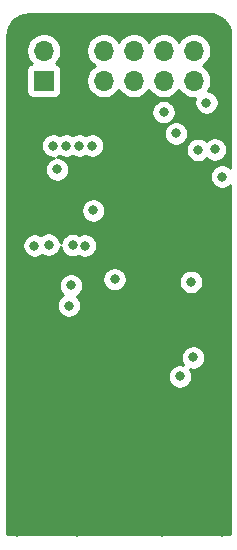
<source format=gbr>
G04 #@! TF.GenerationSoftware,KiCad,Pcbnew,5.1.5-52549c5~84~ubuntu18.04.1*
G04 #@! TF.CreationDate,2020-01-04T20:43:16+00:00*
G04 #@! TF.ProjectId,SX1257_pmod,53583132-3537-45f7-906d-6f642e6b6963,rev?*
G04 #@! TF.SameCoordinates,Original*
G04 #@! TF.FileFunction,Copper,L2,Inr*
G04 #@! TF.FilePolarity,Positive*
%FSLAX46Y46*%
G04 Gerber Fmt 4.6, Leading zero omitted, Abs format (unit mm)*
G04 Created by KiCad (PCBNEW 5.1.5-52549c5~84~ubuntu18.04.1) date 2020-01-04 20:43:16*
%MOMM*%
%LPD*%
G04 APERTURE LIST*
%ADD10O,1.700000X1.700000*%
%ADD11R,1.700000X1.700000*%
%ADD12C,0.500000*%
%ADD13C,0.800000*%
%ADD14C,0.254000*%
G04 APERTURE END LIST*
D10*
X130810000Y-26670000D03*
X130810000Y-29210000D03*
X128270000Y-26670000D03*
X128270000Y-29210000D03*
X125730000Y-26670000D03*
X125730000Y-29210000D03*
X123190000Y-26670000D03*
X123190000Y-29210000D03*
X120650000Y-26670000D03*
X120650000Y-29210000D03*
X118110000Y-26670000D03*
D11*
X118110000Y-29210000D03*
D12*
X125890000Y-50385000D03*
X126890000Y-50385000D03*
X127890000Y-50385000D03*
X125890000Y-51385000D03*
X126890000Y-51385000D03*
X127890000Y-51385000D03*
X125890000Y-52385000D03*
X126890000Y-52385000D03*
X127890000Y-52385000D03*
D13*
X133159500Y-67437000D03*
X133159500Y-66167000D03*
X133159500Y-63627000D03*
X133159500Y-64897000D03*
X128079500Y-67437000D03*
X128079500Y-66167000D03*
X128079500Y-64897000D03*
X128079500Y-63627000D03*
X115824000Y-66167000D03*
X115824000Y-63627000D03*
X115824000Y-67437000D03*
X115824000Y-64897000D03*
X120904000Y-66167000D03*
X120904000Y-63627000D03*
X120904000Y-67437000D03*
X120904000Y-64897000D03*
X133530000Y-51150000D03*
X133530000Y-52150000D03*
X133530000Y-53150000D03*
X130480000Y-49300000D03*
X133630000Y-47750000D03*
X133605000Y-46475000D03*
X133505000Y-50075000D03*
X116350000Y-59425000D03*
X116350000Y-60425000D03*
X128930000Y-56370000D03*
X123590000Y-57980000D03*
X125570000Y-56790000D03*
X133530000Y-54275000D03*
X120530000Y-54410000D03*
X132700000Y-59200000D03*
X115625000Y-48875000D03*
X118050000Y-46525000D03*
X124300000Y-47950000D03*
X130600000Y-43125000D03*
X116125000Y-36725000D03*
X129300000Y-33675000D03*
X128250000Y-31875000D03*
X118900000Y-34700000D03*
X120000000Y-34700000D03*
X121100000Y-34700000D03*
X122200000Y-34700000D03*
X129630000Y-54250000D03*
X130755116Y-52637358D03*
X124100000Y-46025000D03*
X131875000Y-31075000D03*
X133200000Y-37325000D03*
X119249994Y-36725000D03*
X120230000Y-48250000D03*
X120410000Y-46550000D03*
X118520000Y-43100000D03*
X122300000Y-40200000D03*
X120550000Y-43140000D03*
X131170000Y-35075000D03*
X117320000Y-43180000D03*
X130575000Y-46250000D03*
X121580000Y-43180000D03*
X132600000Y-35025000D03*
D14*
G36*
X132434785Y-23608191D02*
G01*
X132776060Y-23711228D01*
X133090822Y-23878590D01*
X133367083Y-24103903D01*
X133594317Y-24378582D01*
X133763870Y-24692164D01*
X133869286Y-25032708D01*
X133910001Y-25420082D01*
X133910001Y-36571290D01*
X133859774Y-36521063D01*
X133690256Y-36407795D01*
X133501898Y-36329774D01*
X133301939Y-36290000D01*
X133098061Y-36290000D01*
X132898102Y-36329774D01*
X132709744Y-36407795D01*
X132540226Y-36521063D01*
X132396063Y-36665226D01*
X132282795Y-36834744D01*
X132204774Y-37023102D01*
X132165000Y-37223061D01*
X132165000Y-37426939D01*
X132204774Y-37626898D01*
X132282795Y-37815256D01*
X132396063Y-37984774D01*
X132540226Y-38128937D01*
X132709744Y-38242205D01*
X132898102Y-38320226D01*
X133098061Y-38360000D01*
X133301939Y-38360000D01*
X133501898Y-38320226D01*
X133690256Y-38242205D01*
X133859774Y-38128937D01*
X133910001Y-38078710D01*
X133910000Y-67616000D01*
X115010000Y-67616000D01*
X115010000Y-54148061D01*
X128595000Y-54148061D01*
X128595000Y-54351939D01*
X128634774Y-54551898D01*
X128712795Y-54740256D01*
X128826063Y-54909774D01*
X128970226Y-55053937D01*
X129139744Y-55167205D01*
X129328102Y-55245226D01*
X129528061Y-55285000D01*
X129731939Y-55285000D01*
X129931898Y-55245226D01*
X130120256Y-55167205D01*
X130289774Y-55053937D01*
X130433937Y-54909774D01*
X130547205Y-54740256D01*
X130625226Y-54551898D01*
X130665000Y-54351939D01*
X130665000Y-54148061D01*
X130625226Y-53948102D01*
X130547205Y-53759744D01*
X130463622Y-53634654D01*
X130653177Y-53672358D01*
X130857055Y-53672358D01*
X131057014Y-53632584D01*
X131245372Y-53554563D01*
X131414890Y-53441295D01*
X131559053Y-53297132D01*
X131672321Y-53127614D01*
X131750342Y-52939256D01*
X131790116Y-52739297D01*
X131790116Y-52535419D01*
X131750342Y-52335460D01*
X131672321Y-52147102D01*
X131559053Y-51977584D01*
X131414890Y-51833421D01*
X131245372Y-51720153D01*
X131057014Y-51642132D01*
X130857055Y-51602358D01*
X130653177Y-51602358D01*
X130453218Y-51642132D01*
X130264860Y-51720153D01*
X130095342Y-51833421D01*
X129951179Y-51977584D01*
X129837911Y-52147102D01*
X129759890Y-52335460D01*
X129720116Y-52535419D01*
X129720116Y-52739297D01*
X129759890Y-52939256D01*
X129837911Y-53127614D01*
X129921494Y-53252704D01*
X129731939Y-53215000D01*
X129528061Y-53215000D01*
X129328102Y-53254774D01*
X129139744Y-53332795D01*
X128970226Y-53446063D01*
X128826063Y-53590226D01*
X128712795Y-53759744D01*
X128634774Y-53948102D01*
X128595000Y-54148061D01*
X115010000Y-54148061D01*
X115010000Y-48148061D01*
X119195000Y-48148061D01*
X119195000Y-48351939D01*
X119234774Y-48551898D01*
X119312795Y-48740256D01*
X119426063Y-48909774D01*
X119570226Y-49053937D01*
X119739744Y-49167205D01*
X119928102Y-49245226D01*
X120128061Y-49285000D01*
X120331939Y-49285000D01*
X120531898Y-49245226D01*
X120720256Y-49167205D01*
X120889774Y-49053937D01*
X121033937Y-48909774D01*
X121147205Y-48740256D01*
X121225226Y-48551898D01*
X121265000Y-48351939D01*
X121265000Y-48148061D01*
X121225226Y-47948102D01*
X121147205Y-47759744D01*
X121033937Y-47590226D01*
X120906646Y-47462935D01*
X121069774Y-47353937D01*
X121213937Y-47209774D01*
X121327205Y-47040256D01*
X121405226Y-46851898D01*
X121445000Y-46651939D01*
X121445000Y-46448061D01*
X121405226Y-46248102D01*
X121327205Y-46059744D01*
X121235877Y-45923061D01*
X123065000Y-45923061D01*
X123065000Y-46126939D01*
X123104774Y-46326898D01*
X123182795Y-46515256D01*
X123296063Y-46684774D01*
X123440226Y-46828937D01*
X123609744Y-46942205D01*
X123798102Y-47020226D01*
X123998061Y-47060000D01*
X124201939Y-47060000D01*
X124401898Y-47020226D01*
X124590256Y-46942205D01*
X124759774Y-46828937D01*
X124903937Y-46684774D01*
X125017205Y-46515256D01*
X125095226Y-46326898D01*
X125130798Y-46148061D01*
X129540000Y-46148061D01*
X129540000Y-46351939D01*
X129579774Y-46551898D01*
X129657795Y-46740256D01*
X129771063Y-46909774D01*
X129915226Y-47053937D01*
X130084744Y-47167205D01*
X130273102Y-47245226D01*
X130473061Y-47285000D01*
X130676939Y-47285000D01*
X130876898Y-47245226D01*
X131065256Y-47167205D01*
X131234774Y-47053937D01*
X131378937Y-46909774D01*
X131492205Y-46740256D01*
X131570226Y-46551898D01*
X131610000Y-46351939D01*
X131610000Y-46148061D01*
X131570226Y-45948102D01*
X131492205Y-45759744D01*
X131378937Y-45590226D01*
X131234774Y-45446063D01*
X131065256Y-45332795D01*
X130876898Y-45254774D01*
X130676939Y-45215000D01*
X130473061Y-45215000D01*
X130273102Y-45254774D01*
X130084744Y-45332795D01*
X129915226Y-45446063D01*
X129771063Y-45590226D01*
X129657795Y-45759744D01*
X129579774Y-45948102D01*
X129540000Y-46148061D01*
X125130798Y-46148061D01*
X125135000Y-46126939D01*
X125135000Y-45923061D01*
X125095226Y-45723102D01*
X125017205Y-45534744D01*
X124903937Y-45365226D01*
X124759774Y-45221063D01*
X124590256Y-45107795D01*
X124401898Y-45029774D01*
X124201939Y-44990000D01*
X123998061Y-44990000D01*
X123798102Y-45029774D01*
X123609744Y-45107795D01*
X123440226Y-45221063D01*
X123296063Y-45365226D01*
X123182795Y-45534744D01*
X123104774Y-45723102D01*
X123065000Y-45923061D01*
X121235877Y-45923061D01*
X121213937Y-45890226D01*
X121069774Y-45746063D01*
X120900256Y-45632795D01*
X120711898Y-45554774D01*
X120511939Y-45515000D01*
X120308061Y-45515000D01*
X120108102Y-45554774D01*
X119919744Y-45632795D01*
X119750226Y-45746063D01*
X119606063Y-45890226D01*
X119492795Y-46059744D01*
X119414774Y-46248102D01*
X119375000Y-46448061D01*
X119375000Y-46651939D01*
X119414774Y-46851898D01*
X119492795Y-47040256D01*
X119606063Y-47209774D01*
X119733354Y-47337065D01*
X119570226Y-47446063D01*
X119426063Y-47590226D01*
X119312795Y-47759744D01*
X119234774Y-47948102D01*
X119195000Y-48148061D01*
X115010000Y-48148061D01*
X115010000Y-43078061D01*
X116285000Y-43078061D01*
X116285000Y-43281939D01*
X116324774Y-43481898D01*
X116402795Y-43670256D01*
X116516063Y-43839774D01*
X116660226Y-43983937D01*
X116829744Y-44097205D01*
X117018102Y-44175226D01*
X117218061Y-44215000D01*
X117421939Y-44215000D01*
X117621898Y-44175226D01*
X117810256Y-44097205D01*
X117979774Y-43983937D01*
X117979846Y-43983865D01*
X118029744Y-44017205D01*
X118218102Y-44095226D01*
X118418061Y-44135000D01*
X118621939Y-44135000D01*
X118821898Y-44095226D01*
X119010256Y-44017205D01*
X119179774Y-43903937D01*
X119323937Y-43759774D01*
X119437205Y-43590256D01*
X119515226Y-43401898D01*
X119531022Y-43322487D01*
X119554774Y-43441898D01*
X119632795Y-43630256D01*
X119746063Y-43799774D01*
X119890226Y-43943937D01*
X120059744Y-44057205D01*
X120248102Y-44135226D01*
X120448061Y-44175000D01*
X120651939Y-44175000D01*
X120851898Y-44135226D01*
X121033851Y-44059858D01*
X121089744Y-44097205D01*
X121278102Y-44175226D01*
X121478061Y-44215000D01*
X121681939Y-44215000D01*
X121881898Y-44175226D01*
X122070256Y-44097205D01*
X122239774Y-43983937D01*
X122383937Y-43839774D01*
X122497205Y-43670256D01*
X122575226Y-43481898D01*
X122615000Y-43281939D01*
X122615000Y-43078061D01*
X122575226Y-42878102D01*
X122497205Y-42689744D01*
X122383937Y-42520226D01*
X122239774Y-42376063D01*
X122070256Y-42262795D01*
X121881898Y-42184774D01*
X121681939Y-42145000D01*
X121478061Y-42145000D01*
X121278102Y-42184774D01*
X121096149Y-42260142D01*
X121040256Y-42222795D01*
X120851898Y-42144774D01*
X120651939Y-42105000D01*
X120448061Y-42105000D01*
X120248102Y-42144774D01*
X120059744Y-42222795D01*
X119890226Y-42336063D01*
X119746063Y-42480226D01*
X119632795Y-42649744D01*
X119554774Y-42838102D01*
X119538978Y-42917513D01*
X119515226Y-42798102D01*
X119437205Y-42609744D01*
X119323937Y-42440226D01*
X119179774Y-42296063D01*
X119010256Y-42182795D01*
X118821898Y-42104774D01*
X118621939Y-42065000D01*
X118418061Y-42065000D01*
X118218102Y-42104774D01*
X118029744Y-42182795D01*
X117860226Y-42296063D01*
X117860154Y-42296135D01*
X117810256Y-42262795D01*
X117621898Y-42184774D01*
X117421939Y-42145000D01*
X117218061Y-42145000D01*
X117018102Y-42184774D01*
X116829744Y-42262795D01*
X116660226Y-42376063D01*
X116516063Y-42520226D01*
X116402795Y-42689744D01*
X116324774Y-42878102D01*
X116285000Y-43078061D01*
X115010000Y-43078061D01*
X115010000Y-40098061D01*
X121265000Y-40098061D01*
X121265000Y-40301939D01*
X121304774Y-40501898D01*
X121382795Y-40690256D01*
X121496063Y-40859774D01*
X121640226Y-41003937D01*
X121809744Y-41117205D01*
X121998102Y-41195226D01*
X122198061Y-41235000D01*
X122401939Y-41235000D01*
X122601898Y-41195226D01*
X122790256Y-41117205D01*
X122959774Y-41003937D01*
X123103937Y-40859774D01*
X123217205Y-40690256D01*
X123295226Y-40501898D01*
X123335000Y-40301939D01*
X123335000Y-40098061D01*
X123295226Y-39898102D01*
X123217205Y-39709744D01*
X123103937Y-39540226D01*
X122959774Y-39396063D01*
X122790256Y-39282795D01*
X122601898Y-39204774D01*
X122401939Y-39165000D01*
X122198061Y-39165000D01*
X121998102Y-39204774D01*
X121809744Y-39282795D01*
X121640226Y-39396063D01*
X121496063Y-39540226D01*
X121382795Y-39709744D01*
X121304774Y-39898102D01*
X121265000Y-40098061D01*
X115010000Y-40098061D01*
X115010000Y-34598061D01*
X117865000Y-34598061D01*
X117865000Y-34801939D01*
X117904774Y-35001898D01*
X117982795Y-35190256D01*
X118096063Y-35359774D01*
X118240226Y-35503937D01*
X118409744Y-35617205D01*
X118598102Y-35695226D01*
X118798061Y-35735000D01*
X118935479Y-35735000D01*
X118759738Y-35807795D01*
X118590220Y-35921063D01*
X118446057Y-36065226D01*
X118332789Y-36234744D01*
X118254768Y-36423102D01*
X118214994Y-36623061D01*
X118214994Y-36826939D01*
X118254768Y-37026898D01*
X118332789Y-37215256D01*
X118446057Y-37384774D01*
X118590220Y-37528937D01*
X118759738Y-37642205D01*
X118948096Y-37720226D01*
X119148055Y-37760000D01*
X119351933Y-37760000D01*
X119551892Y-37720226D01*
X119740250Y-37642205D01*
X119909768Y-37528937D01*
X120053931Y-37384774D01*
X120167199Y-37215256D01*
X120245220Y-37026898D01*
X120284994Y-36826939D01*
X120284994Y-36623061D01*
X120245220Y-36423102D01*
X120167199Y-36234744D01*
X120053931Y-36065226D01*
X119909768Y-35921063D01*
X119740250Y-35807795D01*
X119551892Y-35729774D01*
X119351933Y-35690000D01*
X119214515Y-35690000D01*
X119390256Y-35617205D01*
X119450000Y-35577285D01*
X119509744Y-35617205D01*
X119698102Y-35695226D01*
X119898061Y-35735000D01*
X120101939Y-35735000D01*
X120301898Y-35695226D01*
X120490256Y-35617205D01*
X120550000Y-35577285D01*
X120609744Y-35617205D01*
X120798102Y-35695226D01*
X120998061Y-35735000D01*
X121201939Y-35735000D01*
X121401898Y-35695226D01*
X121590256Y-35617205D01*
X121650000Y-35577285D01*
X121709744Y-35617205D01*
X121898102Y-35695226D01*
X122098061Y-35735000D01*
X122301939Y-35735000D01*
X122501898Y-35695226D01*
X122690256Y-35617205D01*
X122859774Y-35503937D01*
X123003937Y-35359774D01*
X123117205Y-35190256D01*
X123195226Y-35001898D01*
X123200961Y-34973061D01*
X130135000Y-34973061D01*
X130135000Y-35176939D01*
X130174774Y-35376898D01*
X130252795Y-35565256D01*
X130366063Y-35734774D01*
X130510226Y-35878937D01*
X130679744Y-35992205D01*
X130868102Y-36070226D01*
X131068061Y-36110000D01*
X131271939Y-36110000D01*
X131471898Y-36070226D01*
X131660256Y-35992205D01*
X131829774Y-35878937D01*
X131910000Y-35798711D01*
X131940226Y-35828937D01*
X132109744Y-35942205D01*
X132298102Y-36020226D01*
X132498061Y-36060000D01*
X132701939Y-36060000D01*
X132901898Y-36020226D01*
X133090256Y-35942205D01*
X133259774Y-35828937D01*
X133403937Y-35684774D01*
X133517205Y-35515256D01*
X133595226Y-35326898D01*
X133635000Y-35126939D01*
X133635000Y-34923061D01*
X133595226Y-34723102D01*
X133517205Y-34534744D01*
X133403937Y-34365226D01*
X133259774Y-34221063D01*
X133090256Y-34107795D01*
X132901898Y-34029774D01*
X132701939Y-33990000D01*
X132498061Y-33990000D01*
X132298102Y-34029774D01*
X132109744Y-34107795D01*
X131940226Y-34221063D01*
X131860000Y-34301289D01*
X131829774Y-34271063D01*
X131660256Y-34157795D01*
X131471898Y-34079774D01*
X131271939Y-34040000D01*
X131068061Y-34040000D01*
X130868102Y-34079774D01*
X130679744Y-34157795D01*
X130510226Y-34271063D01*
X130366063Y-34415226D01*
X130252795Y-34584744D01*
X130174774Y-34773102D01*
X130135000Y-34973061D01*
X123200961Y-34973061D01*
X123235000Y-34801939D01*
X123235000Y-34598061D01*
X123195226Y-34398102D01*
X123117205Y-34209744D01*
X123003937Y-34040226D01*
X122859774Y-33896063D01*
X122690256Y-33782795D01*
X122501898Y-33704774D01*
X122301939Y-33665000D01*
X122098061Y-33665000D01*
X121898102Y-33704774D01*
X121709744Y-33782795D01*
X121650000Y-33822715D01*
X121590256Y-33782795D01*
X121401898Y-33704774D01*
X121201939Y-33665000D01*
X120998061Y-33665000D01*
X120798102Y-33704774D01*
X120609744Y-33782795D01*
X120550000Y-33822715D01*
X120490256Y-33782795D01*
X120301898Y-33704774D01*
X120101939Y-33665000D01*
X119898061Y-33665000D01*
X119698102Y-33704774D01*
X119509744Y-33782795D01*
X119450000Y-33822715D01*
X119390256Y-33782795D01*
X119201898Y-33704774D01*
X119001939Y-33665000D01*
X118798061Y-33665000D01*
X118598102Y-33704774D01*
X118409744Y-33782795D01*
X118240226Y-33896063D01*
X118096063Y-34040226D01*
X117982795Y-34209744D01*
X117904774Y-34398102D01*
X117865000Y-34598061D01*
X115010000Y-34598061D01*
X115010000Y-33573061D01*
X128265000Y-33573061D01*
X128265000Y-33776939D01*
X128304774Y-33976898D01*
X128382795Y-34165256D01*
X128496063Y-34334774D01*
X128640226Y-34478937D01*
X128809744Y-34592205D01*
X128998102Y-34670226D01*
X129198061Y-34710000D01*
X129401939Y-34710000D01*
X129601898Y-34670226D01*
X129790256Y-34592205D01*
X129959774Y-34478937D01*
X130103937Y-34334774D01*
X130217205Y-34165256D01*
X130295226Y-33976898D01*
X130335000Y-33776939D01*
X130335000Y-33573061D01*
X130295226Y-33373102D01*
X130217205Y-33184744D01*
X130103937Y-33015226D01*
X129959774Y-32871063D01*
X129790256Y-32757795D01*
X129601898Y-32679774D01*
X129401939Y-32640000D01*
X129198061Y-32640000D01*
X128998102Y-32679774D01*
X128809744Y-32757795D01*
X128640226Y-32871063D01*
X128496063Y-33015226D01*
X128382795Y-33184744D01*
X128304774Y-33373102D01*
X128265000Y-33573061D01*
X115010000Y-33573061D01*
X115010000Y-31773061D01*
X127215000Y-31773061D01*
X127215000Y-31976939D01*
X127254774Y-32176898D01*
X127332795Y-32365256D01*
X127446063Y-32534774D01*
X127590226Y-32678937D01*
X127759744Y-32792205D01*
X127948102Y-32870226D01*
X128148061Y-32910000D01*
X128351939Y-32910000D01*
X128551898Y-32870226D01*
X128740256Y-32792205D01*
X128909774Y-32678937D01*
X129053937Y-32534774D01*
X129167205Y-32365256D01*
X129245226Y-32176898D01*
X129285000Y-31976939D01*
X129285000Y-31773061D01*
X129245226Y-31573102D01*
X129167205Y-31384744D01*
X129053937Y-31215226D01*
X128909774Y-31071063D01*
X128740256Y-30957795D01*
X128551898Y-30879774D01*
X128351939Y-30840000D01*
X128148061Y-30840000D01*
X127948102Y-30879774D01*
X127759744Y-30957795D01*
X127590226Y-31071063D01*
X127446063Y-31215226D01*
X127332795Y-31384744D01*
X127254774Y-31573102D01*
X127215000Y-31773061D01*
X115010000Y-31773061D01*
X115010000Y-28360000D01*
X116621928Y-28360000D01*
X116621928Y-30060000D01*
X116634188Y-30184482D01*
X116670498Y-30304180D01*
X116729463Y-30414494D01*
X116808815Y-30511185D01*
X116905506Y-30590537D01*
X117015820Y-30649502D01*
X117135518Y-30685812D01*
X117260000Y-30698072D01*
X118960000Y-30698072D01*
X119084482Y-30685812D01*
X119204180Y-30649502D01*
X119314494Y-30590537D01*
X119411185Y-30511185D01*
X119490537Y-30414494D01*
X119549502Y-30304180D01*
X119585812Y-30184482D01*
X119598072Y-30060000D01*
X119598072Y-28360000D01*
X119585812Y-28235518D01*
X119549502Y-28115820D01*
X119490537Y-28005506D01*
X119411185Y-27908815D01*
X119314494Y-27829463D01*
X119204180Y-27770498D01*
X119131620Y-27748487D01*
X119263475Y-27616632D01*
X119425990Y-27373411D01*
X119537932Y-27103158D01*
X119595000Y-26816260D01*
X119595000Y-26523740D01*
X121705000Y-26523740D01*
X121705000Y-26816260D01*
X121762068Y-27103158D01*
X121874010Y-27373411D01*
X122036525Y-27616632D01*
X122243368Y-27823475D01*
X122417760Y-27940000D01*
X122243368Y-28056525D01*
X122036525Y-28263368D01*
X121874010Y-28506589D01*
X121762068Y-28776842D01*
X121705000Y-29063740D01*
X121705000Y-29356260D01*
X121762068Y-29643158D01*
X121874010Y-29913411D01*
X122036525Y-30156632D01*
X122243368Y-30363475D01*
X122486589Y-30525990D01*
X122756842Y-30637932D01*
X123043740Y-30695000D01*
X123336260Y-30695000D01*
X123623158Y-30637932D01*
X123893411Y-30525990D01*
X124136632Y-30363475D01*
X124343475Y-30156632D01*
X124460000Y-29982240D01*
X124576525Y-30156632D01*
X124783368Y-30363475D01*
X125026589Y-30525990D01*
X125296842Y-30637932D01*
X125583740Y-30695000D01*
X125876260Y-30695000D01*
X126163158Y-30637932D01*
X126433411Y-30525990D01*
X126676632Y-30363475D01*
X126883475Y-30156632D01*
X127000000Y-29982240D01*
X127116525Y-30156632D01*
X127323368Y-30363475D01*
X127566589Y-30525990D01*
X127836842Y-30637932D01*
X128123740Y-30695000D01*
X128416260Y-30695000D01*
X128703158Y-30637932D01*
X128973411Y-30525990D01*
X129216632Y-30363475D01*
X129423475Y-30156632D01*
X129540000Y-29982240D01*
X129656525Y-30156632D01*
X129863368Y-30363475D01*
X130106589Y-30525990D01*
X130376842Y-30637932D01*
X130663740Y-30695000D01*
X130912125Y-30695000D01*
X130879774Y-30773102D01*
X130840000Y-30973061D01*
X130840000Y-31176939D01*
X130879774Y-31376898D01*
X130957795Y-31565256D01*
X131071063Y-31734774D01*
X131215226Y-31878937D01*
X131384744Y-31992205D01*
X131573102Y-32070226D01*
X131773061Y-32110000D01*
X131976939Y-32110000D01*
X132176898Y-32070226D01*
X132365256Y-31992205D01*
X132534774Y-31878937D01*
X132678937Y-31734774D01*
X132792205Y-31565256D01*
X132870226Y-31376898D01*
X132910000Y-31176939D01*
X132910000Y-30973061D01*
X132870226Y-30773102D01*
X132792205Y-30584744D01*
X132678937Y-30415226D01*
X132534774Y-30271063D01*
X132365256Y-30157795D01*
X132176898Y-30079774D01*
X132033843Y-30051319D01*
X132125990Y-29913411D01*
X132237932Y-29643158D01*
X132295000Y-29356260D01*
X132295000Y-29063740D01*
X132237932Y-28776842D01*
X132125990Y-28506589D01*
X131963475Y-28263368D01*
X131756632Y-28056525D01*
X131582240Y-27940000D01*
X131756632Y-27823475D01*
X131963475Y-27616632D01*
X132125990Y-27373411D01*
X132237932Y-27103158D01*
X132295000Y-26816260D01*
X132295000Y-26523740D01*
X132237932Y-26236842D01*
X132125990Y-25966589D01*
X131963475Y-25723368D01*
X131756632Y-25516525D01*
X131513411Y-25354010D01*
X131243158Y-25242068D01*
X130956260Y-25185000D01*
X130663740Y-25185000D01*
X130376842Y-25242068D01*
X130106589Y-25354010D01*
X129863368Y-25516525D01*
X129656525Y-25723368D01*
X129540000Y-25897760D01*
X129423475Y-25723368D01*
X129216632Y-25516525D01*
X128973411Y-25354010D01*
X128703158Y-25242068D01*
X128416260Y-25185000D01*
X128123740Y-25185000D01*
X127836842Y-25242068D01*
X127566589Y-25354010D01*
X127323368Y-25516525D01*
X127116525Y-25723368D01*
X127000000Y-25897760D01*
X126883475Y-25723368D01*
X126676632Y-25516525D01*
X126433411Y-25354010D01*
X126163158Y-25242068D01*
X125876260Y-25185000D01*
X125583740Y-25185000D01*
X125296842Y-25242068D01*
X125026589Y-25354010D01*
X124783368Y-25516525D01*
X124576525Y-25723368D01*
X124460000Y-25897760D01*
X124343475Y-25723368D01*
X124136632Y-25516525D01*
X123893411Y-25354010D01*
X123623158Y-25242068D01*
X123336260Y-25185000D01*
X123043740Y-25185000D01*
X122756842Y-25242068D01*
X122486589Y-25354010D01*
X122243368Y-25516525D01*
X122036525Y-25723368D01*
X121874010Y-25966589D01*
X121762068Y-26236842D01*
X121705000Y-26523740D01*
X119595000Y-26523740D01*
X119537932Y-26236842D01*
X119425990Y-25966589D01*
X119263475Y-25723368D01*
X119056632Y-25516525D01*
X118813411Y-25354010D01*
X118543158Y-25242068D01*
X118256260Y-25185000D01*
X117963740Y-25185000D01*
X117676842Y-25242068D01*
X117406589Y-25354010D01*
X117163368Y-25516525D01*
X116956525Y-25723368D01*
X116794010Y-25966589D01*
X116682068Y-26236842D01*
X116625000Y-26523740D01*
X116625000Y-26816260D01*
X116682068Y-27103158D01*
X116794010Y-27373411D01*
X116956525Y-27616632D01*
X117088380Y-27748487D01*
X117015820Y-27770498D01*
X116905506Y-27829463D01*
X116808815Y-27908815D01*
X116729463Y-28005506D01*
X116670498Y-28115820D01*
X116634188Y-28235518D01*
X116621928Y-28360000D01*
X115010000Y-28360000D01*
X115010000Y-25434720D01*
X115048191Y-25045215D01*
X115151228Y-24703940D01*
X115318590Y-24389178D01*
X115543903Y-24112917D01*
X115818582Y-23885683D01*
X116132164Y-23716130D01*
X116472708Y-23610714D01*
X116860072Y-23570000D01*
X132045280Y-23570000D01*
X132434785Y-23608191D01*
G37*
X132434785Y-23608191D02*
X132776060Y-23711228D01*
X133090822Y-23878590D01*
X133367083Y-24103903D01*
X133594317Y-24378582D01*
X133763870Y-24692164D01*
X133869286Y-25032708D01*
X133910001Y-25420082D01*
X133910001Y-36571290D01*
X133859774Y-36521063D01*
X133690256Y-36407795D01*
X133501898Y-36329774D01*
X133301939Y-36290000D01*
X133098061Y-36290000D01*
X132898102Y-36329774D01*
X132709744Y-36407795D01*
X132540226Y-36521063D01*
X132396063Y-36665226D01*
X132282795Y-36834744D01*
X132204774Y-37023102D01*
X132165000Y-37223061D01*
X132165000Y-37426939D01*
X132204774Y-37626898D01*
X132282795Y-37815256D01*
X132396063Y-37984774D01*
X132540226Y-38128937D01*
X132709744Y-38242205D01*
X132898102Y-38320226D01*
X133098061Y-38360000D01*
X133301939Y-38360000D01*
X133501898Y-38320226D01*
X133690256Y-38242205D01*
X133859774Y-38128937D01*
X133910001Y-38078710D01*
X133910000Y-67616000D01*
X115010000Y-67616000D01*
X115010000Y-54148061D01*
X128595000Y-54148061D01*
X128595000Y-54351939D01*
X128634774Y-54551898D01*
X128712795Y-54740256D01*
X128826063Y-54909774D01*
X128970226Y-55053937D01*
X129139744Y-55167205D01*
X129328102Y-55245226D01*
X129528061Y-55285000D01*
X129731939Y-55285000D01*
X129931898Y-55245226D01*
X130120256Y-55167205D01*
X130289774Y-55053937D01*
X130433937Y-54909774D01*
X130547205Y-54740256D01*
X130625226Y-54551898D01*
X130665000Y-54351939D01*
X130665000Y-54148061D01*
X130625226Y-53948102D01*
X130547205Y-53759744D01*
X130463622Y-53634654D01*
X130653177Y-53672358D01*
X130857055Y-53672358D01*
X131057014Y-53632584D01*
X131245372Y-53554563D01*
X131414890Y-53441295D01*
X131559053Y-53297132D01*
X131672321Y-53127614D01*
X131750342Y-52939256D01*
X131790116Y-52739297D01*
X131790116Y-52535419D01*
X131750342Y-52335460D01*
X131672321Y-52147102D01*
X131559053Y-51977584D01*
X131414890Y-51833421D01*
X131245372Y-51720153D01*
X131057014Y-51642132D01*
X130857055Y-51602358D01*
X130653177Y-51602358D01*
X130453218Y-51642132D01*
X130264860Y-51720153D01*
X130095342Y-51833421D01*
X129951179Y-51977584D01*
X129837911Y-52147102D01*
X129759890Y-52335460D01*
X129720116Y-52535419D01*
X129720116Y-52739297D01*
X129759890Y-52939256D01*
X129837911Y-53127614D01*
X129921494Y-53252704D01*
X129731939Y-53215000D01*
X129528061Y-53215000D01*
X129328102Y-53254774D01*
X129139744Y-53332795D01*
X128970226Y-53446063D01*
X128826063Y-53590226D01*
X128712795Y-53759744D01*
X128634774Y-53948102D01*
X128595000Y-54148061D01*
X115010000Y-54148061D01*
X115010000Y-48148061D01*
X119195000Y-48148061D01*
X119195000Y-48351939D01*
X119234774Y-48551898D01*
X119312795Y-48740256D01*
X119426063Y-48909774D01*
X119570226Y-49053937D01*
X119739744Y-49167205D01*
X119928102Y-49245226D01*
X120128061Y-49285000D01*
X120331939Y-49285000D01*
X120531898Y-49245226D01*
X120720256Y-49167205D01*
X120889774Y-49053937D01*
X121033937Y-48909774D01*
X121147205Y-48740256D01*
X121225226Y-48551898D01*
X121265000Y-48351939D01*
X121265000Y-48148061D01*
X121225226Y-47948102D01*
X121147205Y-47759744D01*
X121033937Y-47590226D01*
X120906646Y-47462935D01*
X121069774Y-47353937D01*
X121213937Y-47209774D01*
X121327205Y-47040256D01*
X121405226Y-46851898D01*
X121445000Y-46651939D01*
X121445000Y-46448061D01*
X121405226Y-46248102D01*
X121327205Y-46059744D01*
X121235877Y-45923061D01*
X123065000Y-45923061D01*
X123065000Y-46126939D01*
X123104774Y-46326898D01*
X123182795Y-46515256D01*
X123296063Y-46684774D01*
X123440226Y-46828937D01*
X123609744Y-46942205D01*
X123798102Y-47020226D01*
X123998061Y-47060000D01*
X124201939Y-47060000D01*
X124401898Y-47020226D01*
X124590256Y-46942205D01*
X124759774Y-46828937D01*
X124903937Y-46684774D01*
X125017205Y-46515256D01*
X125095226Y-46326898D01*
X125130798Y-46148061D01*
X129540000Y-46148061D01*
X129540000Y-46351939D01*
X129579774Y-46551898D01*
X129657795Y-46740256D01*
X129771063Y-46909774D01*
X129915226Y-47053937D01*
X130084744Y-47167205D01*
X130273102Y-47245226D01*
X130473061Y-47285000D01*
X130676939Y-47285000D01*
X130876898Y-47245226D01*
X131065256Y-47167205D01*
X131234774Y-47053937D01*
X131378937Y-46909774D01*
X131492205Y-46740256D01*
X131570226Y-46551898D01*
X131610000Y-46351939D01*
X131610000Y-46148061D01*
X131570226Y-45948102D01*
X131492205Y-45759744D01*
X131378937Y-45590226D01*
X131234774Y-45446063D01*
X131065256Y-45332795D01*
X130876898Y-45254774D01*
X130676939Y-45215000D01*
X130473061Y-45215000D01*
X130273102Y-45254774D01*
X130084744Y-45332795D01*
X129915226Y-45446063D01*
X129771063Y-45590226D01*
X129657795Y-45759744D01*
X129579774Y-45948102D01*
X129540000Y-46148061D01*
X125130798Y-46148061D01*
X125135000Y-46126939D01*
X125135000Y-45923061D01*
X125095226Y-45723102D01*
X125017205Y-45534744D01*
X124903937Y-45365226D01*
X124759774Y-45221063D01*
X124590256Y-45107795D01*
X124401898Y-45029774D01*
X124201939Y-44990000D01*
X123998061Y-44990000D01*
X123798102Y-45029774D01*
X123609744Y-45107795D01*
X123440226Y-45221063D01*
X123296063Y-45365226D01*
X123182795Y-45534744D01*
X123104774Y-45723102D01*
X123065000Y-45923061D01*
X121235877Y-45923061D01*
X121213937Y-45890226D01*
X121069774Y-45746063D01*
X120900256Y-45632795D01*
X120711898Y-45554774D01*
X120511939Y-45515000D01*
X120308061Y-45515000D01*
X120108102Y-45554774D01*
X119919744Y-45632795D01*
X119750226Y-45746063D01*
X119606063Y-45890226D01*
X119492795Y-46059744D01*
X119414774Y-46248102D01*
X119375000Y-46448061D01*
X119375000Y-46651939D01*
X119414774Y-46851898D01*
X119492795Y-47040256D01*
X119606063Y-47209774D01*
X119733354Y-47337065D01*
X119570226Y-47446063D01*
X119426063Y-47590226D01*
X119312795Y-47759744D01*
X119234774Y-47948102D01*
X119195000Y-48148061D01*
X115010000Y-48148061D01*
X115010000Y-43078061D01*
X116285000Y-43078061D01*
X116285000Y-43281939D01*
X116324774Y-43481898D01*
X116402795Y-43670256D01*
X116516063Y-43839774D01*
X116660226Y-43983937D01*
X116829744Y-44097205D01*
X117018102Y-44175226D01*
X117218061Y-44215000D01*
X117421939Y-44215000D01*
X117621898Y-44175226D01*
X117810256Y-44097205D01*
X117979774Y-43983937D01*
X117979846Y-43983865D01*
X118029744Y-44017205D01*
X118218102Y-44095226D01*
X118418061Y-44135000D01*
X118621939Y-44135000D01*
X118821898Y-44095226D01*
X119010256Y-44017205D01*
X119179774Y-43903937D01*
X119323937Y-43759774D01*
X119437205Y-43590256D01*
X119515226Y-43401898D01*
X119531022Y-43322487D01*
X119554774Y-43441898D01*
X119632795Y-43630256D01*
X119746063Y-43799774D01*
X119890226Y-43943937D01*
X120059744Y-44057205D01*
X120248102Y-44135226D01*
X120448061Y-44175000D01*
X120651939Y-44175000D01*
X120851898Y-44135226D01*
X121033851Y-44059858D01*
X121089744Y-44097205D01*
X121278102Y-44175226D01*
X121478061Y-44215000D01*
X121681939Y-44215000D01*
X121881898Y-44175226D01*
X122070256Y-44097205D01*
X122239774Y-43983937D01*
X122383937Y-43839774D01*
X122497205Y-43670256D01*
X122575226Y-43481898D01*
X122615000Y-43281939D01*
X122615000Y-43078061D01*
X122575226Y-42878102D01*
X122497205Y-42689744D01*
X122383937Y-42520226D01*
X122239774Y-42376063D01*
X122070256Y-42262795D01*
X121881898Y-42184774D01*
X121681939Y-42145000D01*
X121478061Y-42145000D01*
X121278102Y-42184774D01*
X121096149Y-42260142D01*
X121040256Y-42222795D01*
X120851898Y-42144774D01*
X120651939Y-42105000D01*
X120448061Y-42105000D01*
X120248102Y-42144774D01*
X120059744Y-42222795D01*
X119890226Y-42336063D01*
X119746063Y-42480226D01*
X119632795Y-42649744D01*
X119554774Y-42838102D01*
X119538978Y-42917513D01*
X119515226Y-42798102D01*
X119437205Y-42609744D01*
X119323937Y-42440226D01*
X119179774Y-42296063D01*
X119010256Y-42182795D01*
X118821898Y-42104774D01*
X118621939Y-42065000D01*
X118418061Y-42065000D01*
X118218102Y-42104774D01*
X118029744Y-42182795D01*
X117860226Y-42296063D01*
X117860154Y-42296135D01*
X117810256Y-42262795D01*
X117621898Y-42184774D01*
X117421939Y-42145000D01*
X117218061Y-42145000D01*
X117018102Y-42184774D01*
X116829744Y-42262795D01*
X116660226Y-42376063D01*
X116516063Y-42520226D01*
X116402795Y-42689744D01*
X116324774Y-42878102D01*
X116285000Y-43078061D01*
X115010000Y-43078061D01*
X115010000Y-40098061D01*
X121265000Y-40098061D01*
X121265000Y-40301939D01*
X121304774Y-40501898D01*
X121382795Y-40690256D01*
X121496063Y-40859774D01*
X121640226Y-41003937D01*
X121809744Y-41117205D01*
X121998102Y-41195226D01*
X122198061Y-41235000D01*
X122401939Y-41235000D01*
X122601898Y-41195226D01*
X122790256Y-41117205D01*
X122959774Y-41003937D01*
X123103937Y-40859774D01*
X123217205Y-40690256D01*
X123295226Y-40501898D01*
X123335000Y-40301939D01*
X123335000Y-40098061D01*
X123295226Y-39898102D01*
X123217205Y-39709744D01*
X123103937Y-39540226D01*
X122959774Y-39396063D01*
X122790256Y-39282795D01*
X122601898Y-39204774D01*
X122401939Y-39165000D01*
X122198061Y-39165000D01*
X121998102Y-39204774D01*
X121809744Y-39282795D01*
X121640226Y-39396063D01*
X121496063Y-39540226D01*
X121382795Y-39709744D01*
X121304774Y-39898102D01*
X121265000Y-40098061D01*
X115010000Y-40098061D01*
X115010000Y-34598061D01*
X117865000Y-34598061D01*
X117865000Y-34801939D01*
X117904774Y-35001898D01*
X117982795Y-35190256D01*
X118096063Y-35359774D01*
X118240226Y-35503937D01*
X118409744Y-35617205D01*
X118598102Y-35695226D01*
X118798061Y-35735000D01*
X118935479Y-35735000D01*
X118759738Y-35807795D01*
X118590220Y-35921063D01*
X118446057Y-36065226D01*
X118332789Y-36234744D01*
X118254768Y-36423102D01*
X118214994Y-36623061D01*
X118214994Y-36826939D01*
X118254768Y-37026898D01*
X118332789Y-37215256D01*
X118446057Y-37384774D01*
X118590220Y-37528937D01*
X118759738Y-37642205D01*
X118948096Y-37720226D01*
X119148055Y-37760000D01*
X119351933Y-37760000D01*
X119551892Y-37720226D01*
X119740250Y-37642205D01*
X119909768Y-37528937D01*
X120053931Y-37384774D01*
X120167199Y-37215256D01*
X120245220Y-37026898D01*
X120284994Y-36826939D01*
X120284994Y-36623061D01*
X120245220Y-36423102D01*
X120167199Y-36234744D01*
X120053931Y-36065226D01*
X119909768Y-35921063D01*
X119740250Y-35807795D01*
X119551892Y-35729774D01*
X119351933Y-35690000D01*
X119214515Y-35690000D01*
X119390256Y-35617205D01*
X119450000Y-35577285D01*
X119509744Y-35617205D01*
X119698102Y-35695226D01*
X119898061Y-35735000D01*
X120101939Y-35735000D01*
X120301898Y-35695226D01*
X120490256Y-35617205D01*
X120550000Y-35577285D01*
X120609744Y-35617205D01*
X120798102Y-35695226D01*
X120998061Y-35735000D01*
X121201939Y-35735000D01*
X121401898Y-35695226D01*
X121590256Y-35617205D01*
X121650000Y-35577285D01*
X121709744Y-35617205D01*
X121898102Y-35695226D01*
X122098061Y-35735000D01*
X122301939Y-35735000D01*
X122501898Y-35695226D01*
X122690256Y-35617205D01*
X122859774Y-35503937D01*
X123003937Y-35359774D01*
X123117205Y-35190256D01*
X123195226Y-35001898D01*
X123200961Y-34973061D01*
X130135000Y-34973061D01*
X130135000Y-35176939D01*
X130174774Y-35376898D01*
X130252795Y-35565256D01*
X130366063Y-35734774D01*
X130510226Y-35878937D01*
X130679744Y-35992205D01*
X130868102Y-36070226D01*
X131068061Y-36110000D01*
X131271939Y-36110000D01*
X131471898Y-36070226D01*
X131660256Y-35992205D01*
X131829774Y-35878937D01*
X131910000Y-35798711D01*
X131940226Y-35828937D01*
X132109744Y-35942205D01*
X132298102Y-36020226D01*
X132498061Y-36060000D01*
X132701939Y-36060000D01*
X132901898Y-36020226D01*
X133090256Y-35942205D01*
X133259774Y-35828937D01*
X133403937Y-35684774D01*
X133517205Y-35515256D01*
X133595226Y-35326898D01*
X133635000Y-35126939D01*
X133635000Y-34923061D01*
X133595226Y-34723102D01*
X133517205Y-34534744D01*
X133403937Y-34365226D01*
X133259774Y-34221063D01*
X133090256Y-34107795D01*
X132901898Y-34029774D01*
X132701939Y-33990000D01*
X132498061Y-33990000D01*
X132298102Y-34029774D01*
X132109744Y-34107795D01*
X131940226Y-34221063D01*
X131860000Y-34301289D01*
X131829774Y-34271063D01*
X131660256Y-34157795D01*
X131471898Y-34079774D01*
X131271939Y-34040000D01*
X131068061Y-34040000D01*
X130868102Y-34079774D01*
X130679744Y-34157795D01*
X130510226Y-34271063D01*
X130366063Y-34415226D01*
X130252795Y-34584744D01*
X130174774Y-34773102D01*
X130135000Y-34973061D01*
X123200961Y-34973061D01*
X123235000Y-34801939D01*
X123235000Y-34598061D01*
X123195226Y-34398102D01*
X123117205Y-34209744D01*
X123003937Y-34040226D01*
X122859774Y-33896063D01*
X122690256Y-33782795D01*
X122501898Y-33704774D01*
X122301939Y-33665000D01*
X122098061Y-33665000D01*
X121898102Y-33704774D01*
X121709744Y-33782795D01*
X121650000Y-33822715D01*
X121590256Y-33782795D01*
X121401898Y-33704774D01*
X121201939Y-33665000D01*
X120998061Y-33665000D01*
X120798102Y-33704774D01*
X120609744Y-33782795D01*
X120550000Y-33822715D01*
X120490256Y-33782795D01*
X120301898Y-33704774D01*
X120101939Y-33665000D01*
X119898061Y-33665000D01*
X119698102Y-33704774D01*
X119509744Y-33782795D01*
X119450000Y-33822715D01*
X119390256Y-33782795D01*
X119201898Y-33704774D01*
X119001939Y-33665000D01*
X118798061Y-33665000D01*
X118598102Y-33704774D01*
X118409744Y-33782795D01*
X118240226Y-33896063D01*
X118096063Y-34040226D01*
X117982795Y-34209744D01*
X117904774Y-34398102D01*
X117865000Y-34598061D01*
X115010000Y-34598061D01*
X115010000Y-33573061D01*
X128265000Y-33573061D01*
X128265000Y-33776939D01*
X128304774Y-33976898D01*
X128382795Y-34165256D01*
X128496063Y-34334774D01*
X128640226Y-34478937D01*
X128809744Y-34592205D01*
X128998102Y-34670226D01*
X129198061Y-34710000D01*
X129401939Y-34710000D01*
X129601898Y-34670226D01*
X129790256Y-34592205D01*
X129959774Y-34478937D01*
X130103937Y-34334774D01*
X130217205Y-34165256D01*
X130295226Y-33976898D01*
X130335000Y-33776939D01*
X130335000Y-33573061D01*
X130295226Y-33373102D01*
X130217205Y-33184744D01*
X130103937Y-33015226D01*
X129959774Y-32871063D01*
X129790256Y-32757795D01*
X129601898Y-32679774D01*
X129401939Y-32640000D01*
X129198061Y-32640000D01*
X128998102Y-32679774D01*
X128809744Y-32757795D01*
X128640226Y-32871063D01*
X128496063Y-33015226D01*
X128382795Y-33184744D01*
X128304774Y-33373102D01*
X128265000Y-33573061D01*
X115010000Y-33573061D01*
X115010000Y-31773061D01*
X127215000Y-31773061D01*
X127215000Y-31976939D01*
X127254774Y-32176898D01*
X127332795Y-32365256D01*
X127446063Y-32534774D01*
X127590226Y-32678937D01*
X127759744Y-32792205D01*
X127948102Y-32870226D01*
X128148061Y-32910000D01*
X128351939Y-32910000D01*
X128551898Y-32870226D01*
X128740256Y-32792205D01*
X128909774Y-32678937D01*
X129053937Y-32534774D01*
X129167205Y-32365256D01*
X129245226Y-32176898D01*
X129285000Y-31976939D01*
X129285000Y-31773061D01*
X129245226Y-31573102D01*
X129167205Y-31384744D01*
X129053937Y-31215226D01*
X128909774Y-31071063D01*
X128740256Y-30957795D01*
X128551898Y-30879774D01*
X128351939Y-30840000D01*
X128148061Y-30840000D01*
X127948102Y-30879774D01*
X127759744Y-30957795D01*
X127590226Y-31071063D01*
X127446063Y-31215226D01*
X127332795Y-31384744D01*
X127254774Y-31573102D01*
X127215000Y-31773061D01*
X115010000Y-31773061D01*
X115010000Y-28360000D01*
X116621928Y-28360000D01*
X116621928Y-30060000D01*
X116634188Y-30184482D01*
X116670498Y-30304180D01*
X116729463Y-30414494D01*
X116808815Y-30511185D01*
X116905506Y-30590537D01*
X117015820Y-30649502D01*
X117135518Y-30685812D01*
X117260000Y-30698072D01*
X118960000Y-30698072D01*
X119084482Y-30685812D01*
X119204180Y-30649502D01*
X119314494Y-30590537D01*
X119411185Y-30511185D01*
X119490537Y-30414494D01*
X119549502Y-30304180D01*
X119585812Y-30184482D01*
X119598072Y-30060000D01*
X119598072Y-28360000D01*
X119585812Y-28235518D01*
X119549502Y-28115820D01*
X119490537Y-28005506D01*
X119411185Y-27908815D01*
X119314494Y-27829463D01*
X119204180Y-27770498D01*
X119131620Y-27748487D01*
X119263475Y-27616632D01*
X119425990Y-27373411D01*
X119537932Y-27103158D01*
X119595000Y-26816260D01*
X119595000Y-26523740D01*
X121705000Y-26523740D01*
X121705000Y-26816260D01*
X121762068Y-27103158D01*
X121874010Y-27373411D01*
X122036525Y-27616632D01*
X122243368Y-27823475D01*
X122417760Y-27940000D01*
X122243368Y-28056525D01*
X122036525Y-28263368D01*
X121874010Y-28506589D01*
X121762068Y-28776842D01*
X121705000Y-29063740D01*
X121705000Y-29356260D01*
X121762068Y-29643158D01*
X121874010Y-29913411D01*
X122036525Y-30156632D01*
X122243368Y-30363475D01*
X122486589Y-30525990D01*
X122756842Y-30637932D01*
X123043740Y-30695000D01*
X123336260Y-30695000D01*
X123623158Y-30637932D01*
X123893411Y-30525990D01*
X124136632Y-30363475D01*
X124343475Y-30156632D01*
X124460000Y-29982240D01*
X124576525Y-30156632D01*
X124783368Y-30363475D01*
X125026589Y-30525990D01*
X125296842Y-30637932D01*
X125583740Y-30695000D01*
X125876260Y-30695000D01*
X126163158Y-30637932D01*
X126433411Y-30525990D01*
X126676632Y-30363475D01*
X126883475Y-30156632D01*
X127000000Y-29982240D01*
X127116525Y-30156632D01*
X127323368Y-30363475D01*
X127566589Y-30525990D01*
X127836842Y-30637932D01*
X128123740Y-30695000D01*
X128416260Y-30695000D01*
X128703158Y-30637932D01*
X128973411Y-30525990D01*
X129216632Y-30363475D01*
X129423475Y-30156632D01*
X129540000Y-29982240D01*
X129656525Y-30156632D01*
X129863368Y-30363475D01*
X130106589Y-30525990D01*
X130376842Y-30637932D01*
X130663740Y-30695000D01*
X130912125Y-30695000D01*
X130879774Y-30773102D01*
X130840000Y-30973061D01*
X130840000Y-31176939D01*
X130879774Y-31376898D01*
X130957795Y-31565256D01*
X131071063Y-31734774D01*
X131215226Y-31878937D01*
X131384744Y-31992205D01*
X131573102Y-32070226D01*
X131773061Y-32110000D01*
X131976939Y-32110000D01*
X132176898Y-32070226D01*
X132365256Y-31992205D01*
X132534774Y-31878937D01*
X132678937Y-31734774D01*
X132792205Y-31565256D01*
X132870226Y-31376898D01*
X132910000Y-31176939D01*
X132910000Y-30973061D01*
X132870226Y-30773102D01*
X132792205Y-30584744D01*
X132678937Y-30415226D01*
X132534774Y-30271063D01*
X132365256Y-30157795D01*
X132176898Y-30079774D01*
X132033843Y-30051319D01*
X132125990Y-29913411D01*
X132237932Y-29643158D01*
X132295000Y-29356260D01*
X132295000Y-29063740D01*
X132237932Y-28776842D01*
X132125990Y-28506589D01*
X131963475Y-28263368D01*
X131756632Y-28056525D01*
X131582240Y-27940000D01*
X131756632Y-27823475D01*
X131963475Y-27616632D01*
X132125990Y-27373411D01*
X132237932Y-27103158D01*
X132295000Y-26816260D01*
X132295000Y-26523740D01*
X132237932Y-26236842D01*
X132125990Y-25966589D01*
X131963475Y-25723368D01*
X131756632Y-25516525D01*
X131513411Y-25354010D01*
X131243158Y-25242068D01*
X130956260Y-25185000D01*
X130663740Y-25185000D01*
X130376842Y-25242068D01*
X130106589Y-25354010D01*
X129863368Y-25516525D01*
X129656525Y-25723368D01*
X129540000Y-25897760D01*
X129423475Y-25723368D01*
X129216632Y-25516525D01*
X128973411Y-25354010D01*
X128703158Y-25242068D01*
X128416260Y-25185000D01*
X128123740Y-25185000D01*
X127836842Y-25242068D01*
X127566589Y-25354010D01*
X127323368Y-25516525D01*
X127116525Y-25723368D01*
X127000000Y-25897760D01*
X126883475Y-25723368D01*
X126676632Y-25516525D01*
X126433411Y-25354010D01*
X126163158Y-25242068D01*
X125876260Y-25185000D01*
X125583740Y-25185000D01*
X125296842Y-25242068D01*
X125026589Y-25354010D01*
X124783368Y-25516525D01*
X124576525Y-25723368D01*
X124460000Y-25897760D01*
X124343475Y-25723368D01*
X124136632Y-25516525D01*
X123893411Y-25354010D01*
X123623158Y-25242068D01*
X123336260Y-25185000D01*
X123043740Y-25185000D01*
X122756842Y-25242068D01*
X122486589Y-25354010D01*
X122243368Y-25516525D01*
X122036525Y-25723368D01*
X121874010Y-25966589D01*
X121762068Y-26236842D01*
X121705000Y-26523740D01*
X119595000Y-26523740D01*
X119537932Y-26236842D01*
X119425990Y-25966589D01*
X119263475Y-25723368D01*
X119056632Y-25516525D01*
X118813411Y-25354010D01*
X118543158Y-25242068D01*
X118256260Y-25185000D01*
X117963740Y-25185000D01*
X117676842Y-25242068D01*
X117406589Y-25354010D01*
X117163368Y-25516525D01*
X116956525Y-25723368D01*
X116794010Y-25966589D01*
X116682068Y-26236842D01*
X116625000Y-26523740D01*
X116625000Y-26816260D01*
X116682068Y-27103158D01*
X116794010Y-27373411D01*
X116956525Y-27616632D01*
X117088380Y-27748487D01*
X117015820Y-27770498D01*
X116905506Y-27829463D01*
X116808815Y-27908815D01*
X116729463Y-28005506D01*
X116670498Y-28115820D01*
X116634188Y-28235518D01*
X116621928Y-28360000D01*
X115010000Y-28360000D01*
X115010000Y-25434720D01*
X115048191Y-25045215D01*
X115151228Y-24703940D01*
X115318590Y-24389178D01*
X115543903Y-24112917D01*
X115818582Y-23885683D01*
X116132164Y-23716130D01*
X116472708Y-23610714D01*
X116860072Y-23570000D01*
X132045280Y-23570000D01*
X132434785Y-23608191D01*
M02*

</source>
